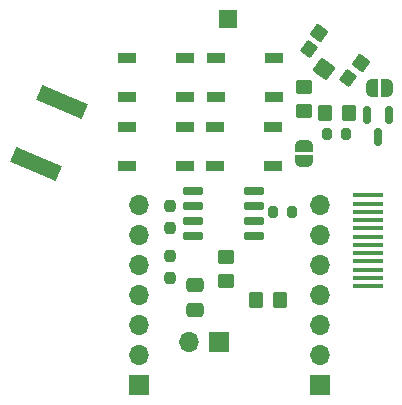
<source format=gbr>
%TF.GenerationSoftware,KiCad,Pcbnew,8.0.1*%
%TF.CreationDate,2024-04-01T21:43:51+02:00*%
%TF.ProjectId,SenseLoraCAM,53656e73-654c-46f7-9261-43414d2e6b69,rev?*%
%TF.SameCoordinates,Original*%
%TF.FileFunction,Soldermask,Bot*%
%TF.FilePolarity,Negative*%
%FSLAX46Y46*%
G04 Gerber Fmt 4.6, Leading zero omitted, Abs format (unit mm)*
G04 Created by KiCad (PCBNEW 8.0.1) date 2024-04-01 21:43:51*
%MOMM*%
%LPD*%
G01*
G04 APERTURE LIST*
G04 Aperture macros list*
%AMRoundRect*
0 Rectangle with rounded corners*
0 $1 Rounding radius*
0 $2 $3 $4 $5 $6 $7 $8 $9 X,Y pos of 4 corners*
0 Add a 4 corners polygon primitive as box body*
4,1,4,$2,$3,$4,$5,$6,$7,$8,$9,$2,$3,0*
0 Add four circle primitives for the rounded corners*
1,1,$1+$1,$2,$3*
1,1,$1+$1,$4,$5*
1,1,$1+$1,$6,$7*
1,1,$1+$1,$8,$9*
0 Add four rect primitives between the rounded corners*
20,1,$1+$1,$2,$3,$4,$5,0*
20,1,$1+$1,$4,$5,$6,$7,0*
20,1,$1+$1,$6,$7,$8,$9,0*
20,1,$1+$1,$8,$9,$2,$3,0*%
%AMRotRect*
0 Rectangle, with rotation*
0 The origin of the aperture is its center*
0 $1 length*
0 $2 width*
0 $3 Rotation angle, in degrees counterclockwise*
0 Add horizontal line*
21,1,$1,$2,0,0,$3*%
%AMFreePoly0*
4,1,19,0.500000,-0.750000,0.000000,-0.750000,0.000000,-0.744911,-0.071157,-0.744911,-0.207708,-0.704816,-0.327430,-0.627875,-0.420627,-0.520320,-0.479746,-0.390866,-0.500000,-0.250000,-0.500000,0.250000,-0.479746,0.390866,-0.420627,0.520320,-0.327430,0.627875,-0.207708,0.704816,-0.071157,0.744911,0.000000,0.744911,0.000000,0.750000,0.500000,0.750000,0.500000,-0.750000,0.500000,-0.750000,
$1*%
%AMFreePoly1*
4,1,19,0.000000,0.744911,0.071157,0.744911,0.207708,0.704816,0.327430,0.627875,0.420627,0.520320,0.479746,0.390866,0.500000,0.250000,0.500000,-0.250000,0.479746,-0.390866,0.420627,-0.520320,0.327430,-0.627875,0.207708,-0.704816,0.071157,-0.744911,0.000000,-0.744911,0.000000,-0.750000,-0.500000,-0.750000,-0.500000,0.750000,0.000000,0.750000,0.000000,0.744911,0.000000,0.744911,
$1*%
G04 Aperture macros list end*
%ADD10RotRect,1.350000X4.200000X247.000000*%
%ADD11R,1.700000X1.700000*%
%ADD12O,1.700000X1.700000*%
%ADD13RoundRect,0.250000X-0.475000X0.337500X-0.475000X-0.337500X0.475000X-0.337500X0.475000X0.337500X0*%
%ADD14RoundRect,0.250000X0.450000X-0.350000X0.450000X0.350000X-0.450000X0.350000X-0.450000X-0.350000X0*%
%ADD15R,1.500000X0.900000*%
%ADD16RoundRect,0.250000X0.350000X0.450000X-0.350000X0.450000X-0.350000X-0.450000X0.350000X-0.450000X0*%
%ADD17R,2.500000X0.350000*%
%ADD18FreePoly0,270.000000*%
%ADD19FreePoly1,270.000000*%
%ADD20RoundRect,0.200000X0.200000X0.275000X-0.200000X0.275000X-0.200000X-0.275000X0.200000X-0.275000X0*%
%ADD21FreePoly0,0.000000*%
%ADD22FreePoly1,0.000000*%
%ADD23RoundRect,0.150000X-0.150000X0.587500X-0.150000X-0.587500X0.150000X-0.587500X0.150000X0.587500X0*%
%ADD24R,1.500000X1.500000*%
%ADD25RoundRect,0.165000X-0.567158X-0.125625X0.055785X-0.578220X0.567158X0.125625X-0.055785X0.578220X0*%
%ADD26C,0.950000*%
%ADD27RoundRect,0.180000X-0.586657X-0.092917X0.092917X-0.586657X0.586657X0.092917X-0.092917X0.586657X0*%
%ADD28RoundRect,0.210000X-0.724884X-0.079014X0.148854X-0.713822X0.724884X0.079014X-0.148854X0.713822X0*%
%ADD29RoundRect,0.250000X-0.350000X-0.450000X0.350000X-0.450000X0.350000X0.450000X-0.350000X0.450000X0*%
%ADD30RoundRect,0.237500X0.237500X-0.250000X0.237500X0.250000X-0.237500X0.250000X-0.237500X-0.250000X0*%
%ADD31RoundRect,0.237500X-0.237500X0.250000X-0.237500X-0.250000X0.237500X-0.250000X0.237500X0.250000X0*%
%ADD32RoundRect,0.200000X-0.200000X-0.275000X0.200000X-0.275000X0.200000X0.275000X-0.200000X0.275000X0*%
%ADD33RoundRect,0.150000X0.725000X0.150000X-0.725000X0.150000X-0.725000X-0.150000X0.725000X-0.150000X0*%
G04 APERTURE END LIST*
D10*
%TO.C,AE1*%
X100320022Y-70294942D03*
X98112392Y-75495794D03*
%TD*%
D11*
%TO.C,J3*%
X122200000Y-94240000D03*
D12*
X122200000Y-91700000D03*
X122200000Y-89160000D03*
X122200000Y-86620000D03*
X122200000Y-84080000D03*
X122200000Y-81540000D03*
X122200000Y-79000000D03*
%TD*%
D13*
%TO.C,C3*%
X111600000Y-85762500D03*
X111600000Y-87837500D03*
%TD*%
D14*
%TO.C,R21*%
X120800000Y-71000000D03*
X120800000Y-69000000D03*
%TD*%
D15*
%TO.C,D6*%
X105850000Y-69800000D03*
X105850000Y-66500000D03*
X110750000Y-66500000D03*
X110750000Y-69800000D03*
%TD*%
D16*
%TO.C,R19*%
X118775000Y-87000000D03*
X116775000Y-87000000D03*
%TD*%
D17*
%TO.C,U5*%
X126275000Y-78150000D03*
X126275000Y-78850000D03*
X126275000Y-79550000D03*
X126275000Y-80250000D03*
X126275000Y-80950000D03*
X126275000Y-81650000D03*
X126275000Y-82350000D03*
X126275000Y-83050000D03*
X126275000Y-83750000D03*
X126275000Y-84450000D03*
X126275000Y-85150000D03*
X126275000Y-85850000D03*
%TD*%
D18*
%TO.C,JP1*%
X120850000Y-73950000D03*
D19*
X120850000Y-75250000D03*
%TD*%
D20*
%TO.C,R16*%
X124425000Y-73000000D03*
X122775000Y-73000000D03*
%TD*%
D15*
%TO.C,D2*%
X105850000Y-75650000D03*
X105850000Y-72350000D03*
X110750000Y-72350000D03*
X110750000Y-75650000D03*
%TD*%
D11*
%TO.C,J2*%
X113675000Y-90600000D03*
D12*
X111135000Y-90600000D03*
%TD*%
D21*
%TO.C,JP2*%
X126550000Y-69100000D03*
D22*
X127850000Y-69100000D03*
%TD*%
D23*
%TO.C,Q1*%
X126137500Y-71375000D03*
X128037500Y-71375000D03*
X127087500Y-73250000D03*
%TD*%
D24*
%TO.C,LED1*%
X114400000Y-63200000D03*
%TD*%
D25*
%TO.C,SW2*%
X121246640Y-65774433D03*
X124563608Y-68184353D03*
D26*
X122036353Y-64432289D03*
D27*
X122065743Y-64391839D03*
D28*
X122537758Y-67485029D03*
D27*
X125625418Y-66978094D03*
D26*
X125596029Y-67018545D03*
%TD*%
D14*
%TO.C,R2*%
X114200000Y-85400000D03*
X114200000Y-83400000D03*
%TD*%
D15*
%TO.C,D7*%
X113400000Y-69800000D03*
X113400000Y-66500000D03*
X118300000Y-66500000D03*
X118300000Y-69800000D03*
%TD*%
D29*
%TO.C,R17*%
X122625000Y-71200000D03*
X124625000Y-71200000D03*
%TD*%
D15*
%TO.C,D1*%
X113300000Y-75650000D03*
X113300000Y-72350000D03*
X118200000Y-72350000D03*
X118200000Y-75650000D03*
%TD*%
D11*
%TO.C,J4*%
X106900000Y-94240000D03*
D12*
X106900000Y-91700000D03*
X106900000Y-89160000D03*
X106900000Y-86620000D03*
X106900000Y-84080000D03*
X106900000Y-81540000D03*
X106900000Y-79000000D03*
%TD*%
D30*
%TO.C,R3*%
X109500000Y-80912500D03*
X109500000Y-79087500D03*
%TD*%
D31*
%TO.C,R7*%
X109500000Y-83287500D03*
X109500000Y-85112500D03*
%TD*%
D32*
%TO.C,R18*%
X118200000Y-79600000D03*
X119850000Y-79600000D03*
%TD*%
D33*
%TO.C,U6*%
X116600000Y-77790000D03*
X116600000Y-79060000D03*
X116600000Y-80330000D03*
X116600000Y-81600000D03*
X111450000Y-81600000D03*
X111450000Y-80330000D03*
X111450000Y-79060000D03*
X111450000Y-77790000D03*
%TD*%
M02*

</source>
